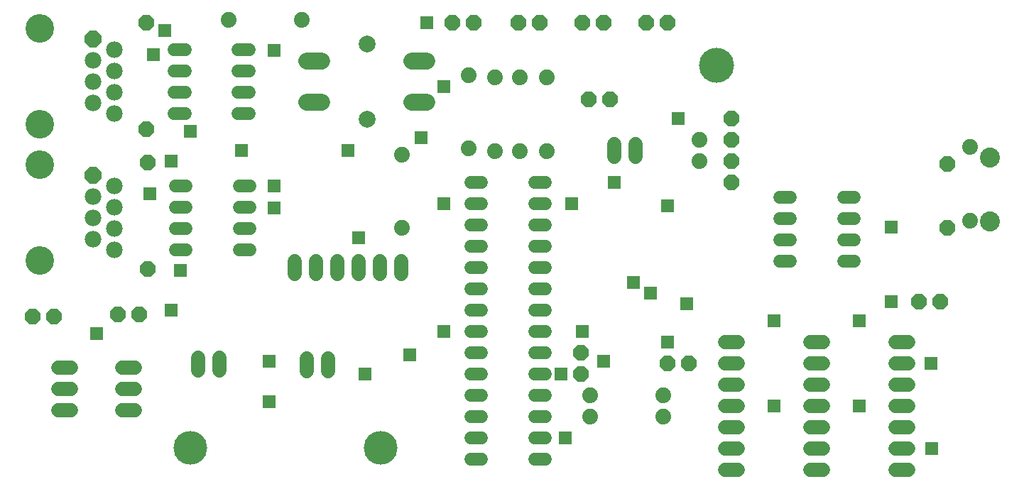
<source format=gts>
G75*
%MOIN*%
%OFA0B0*%
%FSLAX25Y25*%
%IPPOS*%
%LPD*%
%AMOC8*
5,1,8,0,0,1.08239X$1,22.5*
%
%ADD10C,0.16425*%
%ADD11OC8,0.07400*%
%ADD12C,0.07400*%
%ADD13C,0.06000*%
%ADD14C,0.07850*%
%ADD15C,0.07887*%
%ADD16C,0.07900*%
%ADD17C,0.06800*%
%ADD18C,0.07800*%
%ADD19OC8,0.07800*%
%ADD20C,0.13398*%
%ADD21C,0.15800*%
%ADD22C,0.06737*%
%ADD23C,0.09400*%
%ADD24R,0.06400X0.06400*%
D10*
X0349093Y0263933D03*
D11*
X0326093Y0283933D03*
X0316093Y0283933D03*
X0296093Y0283933D03*
X0286093Y0283933D03*
X0266093Y0283933D03*
X0256093Y0283933D03*
X0234968Y0284183D03*
X0224968Y0284183D03*
X0289093Y0247933D03*
X0299093Y0247933D03*
X0356093Y0238933D03*
X0356093Y0228933D03*
X0356093Y0218933D03*
X0356093Y0208933D03*
X0457218Y0217808D03*
X0457218Y0187808D03*
X0454093Y0152933D03*
X0444093Y0152933D03*
X0336093Y0123933D03*
X0326093Y0123933D03*
X0285468Y0118933D03*
X0285468Y0128933D03*
X0081843Y0168433D03*
X0078093Y0146933D03*
X0068093Y0146933D03*
X0038093Y0145933D03*
X0028093Y0145933D03*
X0081843Y0218433D03*
X0081343Y0233933D03*
X0081343Y0283933D03*
D12*
X0119893Y0285558D03*
X0154343Y0285558D03*
X0232718Y0259508D03*
X0244968Y0258308D03*
X0256718Y0258308D03*
X0269468Y0258308D03*
X0269468Y0223858D03*
X0256718Y0223858D03*
X0244968Y0223858D03*
X0232718Y0225058D03*
X0201137Y0222051D03*
X0201137Y0187601D03*
X0289593Y0108933D03*
X0289593Y0098933D03*
X0324043Y0098933D03*
X0324043Y0108933D03*
X0467843Y0191183D03*
X0467843Y0225633D03*
X0341093Y0228933D03*
X0341093Y0218933D03*
D13*
X0378493Y0201933D02*
X0383693Y0201933D01*
X0383693Y0191933D02*
X0378493Y0191933D01*
X0378493Y0181933D02*
X0383693Y0181933D01*
X0383693Y0171933D02*
X0378493Y0171933D01*
X0408493Y0171933D02*
X0413693Y0171933D01*
X0413693Y0181933D02*
X0408493Y0181933D01*
X0408493Y0191933D02*
X0413693Y0191933D01*
X0413693Y0201933D02*
X0408493Y0201933D01*
X0268693Y0198933D02*
X0263493Y0198933D01*
X0263493Y0208933D02*
X0268693Y0208933D01*
X0238693Y0208933D02*
X0233493Y0208933D01*
X0233493Y0198933D02*
X0238693Y0198933D01*
X0238693Y0188933D02*
X0233493Y0188933D01*
X0233493Y0178933D02*
X0238693Y0178933D01*
X0238693Y0168933D02*
X0233493Y0168933D01*
X0233493Y0158933D02*
X0238693Y0158933D01*
X0238693Y0148933D02*
X0233493Y0148933D01*
X0233493Y0138933D02*
X0238693Y0138933D01*
X0238693Y0128933D02*
X0233493Y0128933D01*
X0233493Y0118933D02*
X0238693Y0118933D01*
X0238693Y0108933D02*
X0233493Y0108933D01*
X0233493Y0098933D02*
X0238693Y0098933D01*
X0238693Y0088933D02*
X0233493Y0088933D01*
X0233493Y0078933D02*
X0238693Y0078933D01*
X0263493Y0078933D02*
X0268693Y0078933D01*
X0268693Y0088933D02*
X0263493Y0088933D01*
X0263493Y0098933D02*
X0268693Y0098933D01*
X0268693Y0108933D02*
X0263493Y0108933D01*
X0263493Y0118933D02*
X0268693Y0118933D01*
X0268693Y0128933D02*
X0263493Y0128933D01*
X0263493Y0138933D02*
X0268693Y0138933D01*
X0268693Y0148933D02*
X0263493Y0148933D01*
X0263493Y0158933D02*
X0268693Y0158933D01*
X0268693Y0168933D02*
X0263493Y0168933D01*
X0263493Y0178933D02*
X0268693Y0178933D01*
X0268693Y0188933D02*
X0263493Y0188933D01*
X0130068Y0187558D02*
X0124868Y0187558D01*
X0124868Y0177558D02*
X0130068Y0177558D01*
X0130068Y0197558D02*
X0124868Y0197558D01*
X0124868Y0207558D02*
X0130068Y0207558D01*
X0100068Y0207558D02*
X0094868Y0207558D01*
X0094868Y0197558D02*
X0100068Y0197558D01*
X0100068Y0187558D02*
X0094868Y0187558D01*
X0094868Y0177558D02*
X0100068Y0177558D01*
X0099568Y0241308D02*
X0094368Y0241308D01*
X0094368Y0251308D02*
X0099568Y0251308D01*
X0099568Y0261308D02*
X0094368Y0261308D01*
X0094368Y0271308D02*
X0099568Y0271308D01*
X0124368Y0271308D02*
X0129568Y0271308D01*
X0129568Y0261308D02*
X0124368Y0261308D01*
X0124368Y0251308D02*
X0129568Y0251308D01*
X0129568Y0241308D02*
X0124368Y0241308D01*
D14*
X0156718Y0246633D02*
X0163768Y0246633D01*
X0163768Y0266233D02*
X0156718Y0266233D01*
X0205918Y0266233D02*
X0212968Y0266233D01*
X0212968Y0246633D02*
X0205918Y0246633D01*
D15*
X0184843Y0238733D03*
D16*
X0184843Y0274133D03*
D17*
X0301093Y0226933D02*
X0301093Y0220933D01*
X0311093Y0220933D02*
X0311093Y0226933D01*
X0201093Y0171933D02*
X0201093Y0165933D01*
X0191093Y0165933D02*
X0191093Y0171933D01*
X0181093Y0171933D02*
X0181093Y0165933D01*
X0171093Y0165933D02*
X0171093Y0171933D01*
X0161093Y0171933D02*
X0161093Y0165933D01*
X0151093Y0165933D02*
X0151093Y0171933D01*
X0076093Y0121933D02*
X0070093Y0121933D01*
X0070093Y0111933D02*
X0076093Y0111933D01*
X0076093Y0101933D02*
X0070093Y0101933D01*
X0046093Y0101933D02*
X0040093Y0101933D01*
X0040093Y0111933D02*
X0046093Y0111933D01*
X0046093Y0121933D02*
X0040093Y0121933D01*
D18*
X0066250Y0177565D03*
X0056250Y0182565D03*
X0066250Y0187565D03*
X0056250Y0192565D03*
X0066250Y0197565D03*
X0056250Y0202565D03*
X0066250Y0207565D03*
X0066250Y0241315D03*
X0056250Y0246315D03*
X0066250Y0251315D03*
X0056250Y0256315D03*
X0066250Y0261315D03*
X0056250Y0266315D03*
X0066250Y0271315D03*
D19*
X0056250Y0276315D03*
X0056250Y0212565D03*
D20*
X0031250Y0217565D03*
X0031250Y0236315D03*
X0031250Y0281315D03*
X0031250Y0172565D03*
D21*
X0101854Y0084543D03*
X0191224Y0084543D03*
D22*
X0166593Y0120340D02*
X0166593Y0126277D01*
X0156593Y0126277D02*
X0156593Y0120340D01*
X0115593Y0120840D02*
X0115593Y0126777D01*
X0105593Y0126777D02*
X0105593Y0120840D01*
X0353124Y0123933D02*
X0359061Y0123933D01*
X0359061Y0113933D02*
X0353124Y0113933D01*
X0353124Y0103933D02*
X0359061Y0103933D01*
X0359061Y0093933D02*
X0353124Y0093933D01*
X0353124Y0083933D02*
X0359061Y0083933D01*
X0359061Y0073933D02*
X0353124Y0073933D01*
X0393124Y0073933D02*
X0399061Y0073933D01*
X0399061Y0083933D02*
X0393124Y0083933D01*
X0393124Y0093933D02*
X0399061Y0093933D01*
X0399061Y0103933D02*
X0393124Y0103933D01*
X0393124Y0113933D02*
X0399061Y0113933D01*
X0399061Y0123933D02*
X0393124Y0123933D01*
X0393124Y0133933D02*
X0399061Y0133933D01*
X0433124Y0133933D02*
X0439061Y0133933D01*
X0439061Y0123933D02*
X0433124Y0123933D01*
X0433124Y0113933D02*
X0439061Y0113933D01*
X0439061Y0103933D02*
X0433124Y0103933D01*
X0433124Y0093933D02*
X0439061Y0093933D01*
X0439061Y0083933D02*
X0433124Y0083933D01*
X0433124Y0073933D02*
X0439061Y0073933D01*
X0359061Y0133933D02*
X0353124Y0133933D01*
D23*
X0477343Y0190683D03*
X0477343Y0220683D03*
D24*
X0431093Y0188058D03*
X0431093Y0152933D03*
X0416093Y0143933D03*
X0449593Y0123933D03*
X0416093Y0103933D03*
X0450093Y0083933D03*
X0376093Y0103933D03*
X0326093Y0133933D03*
X0335093Y0151933D03*
X0318093Y0156933D03*
X0310093Y0161933D03*
X0286093Y0138933D03*
X0296093Y0124933D03*
X0276093Y0118933D03*
X0277843Y0088933D03*
X0205093Y0127933D03*
X0221093Y0138933D03*
X0184093Y0118933D03*
X0139093Y0124933D03*
X0139093Y0105933D03*
X0093093Y0148933D03*
X0097468Y0167808D03*
X0141343Y0197183D03*
X0141218Y0207558D03*
X0126093Y0223933D03*
X0102093Y0233058D03*
X0093093Y0218933D03*
X0082968Y0203683D03*
X0176093Y0223933D03*
X0210143Y0229933D03*
X0221093Y0253933D03*
X0213093Y0283933D03*
X0141218Y0271183D03*
X0089968Y0280433D03*
X0084718Y0268933D03*
X0221093Y0198933D03*
X0181093Y0182933D03*
X0281093Y0198933D03*
X0301093Y0208933D03*
X0326093Y0197933D03*
X0331093Y0238933D03*
X0376093Y0143933D03*
X0058093Y0137933D03*
M02*

</source>
